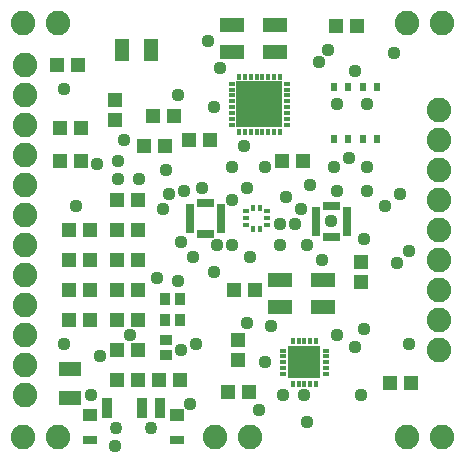
<source format=gts>
G75*
%MOIN*%
%OFA0B0*%
%FSLAX25Y25*%
%IPPOS*%
%LPD*%
%AMOC8*
5,1,8,0,0,1.08239X$1,22.5*
%
%ADD10R,0.05131X0.04737*%
%ADD11R,0.04737X0.05131*%
%ADD12C,0.08200*%
%ADD13R,0.04343X0.03556*%
%ADD14R,0.03556X0.04343*%
%ADD15R,0.01784X0.02375*%
%ADD16R,0.02375X0.01784*%
%ADD17R,0.11036X0.11036*%
%ADD18R,0.02244X0.01339*%
%ADD19R,0.01339X0.02244*%
%ADD20R,0.07493X0.04737*%
%ADD21R,0.03162X0.01981*%
%ADD22R,0.01981X0.03162*%
%ADD23R,0.04737X0.07493*%
%ADD24R,0.15367X0.15367*%
%ADD25R,0.02375X0.03162*%
%ADD26R,0.08280X0.05131*%
%ADD27R,0.03556X0.06706*%
%ADD28R,0.04737X0.03162*%
%ADD29R,0.04737X0.03950*%
%ADD30C,0.04343*%
%ADD31C,0.04400*%
D10*
X0128154Y0119500D03*
X0134846Y0119500D03*
X0142154Y0119500D03*
X0148846Y0119500D03*
X0165154Y0115500D03*
X0171846Y0115500D03*
X0173846Y0149500D03*
X0167154Y0149500D03*
X0134846Y0149500D03*
X0128154Y0149500D03*
X0128154Y0159500D03*
X0134846Y0159500D03*
X0134846Y0169500D03*
X0128154Y0169500D03*
X0118846Y0169500D03*
X0112154Y0169500D03*
X0112154Y0159500D03*
X0118846Y0159500D03*
X0118846Y0149500D03*
X0112154Y0149500D03*
X0112154Y0139500D03*
X0118846Y0139500D03*
X0128154Y0139500D03*
X0134846Y0139500D03*
X0134846Y0129500D03*
X0128154Y0129500D03*
X0128154Y0179500D03*
X0134846Y0179500D03*
X0115846Y0192500D03*
X0109154Y0192500D03*
X0109154Y0203500D03*
X0115846Y0203500D03*
X0137154Y0197500D03*
X0143846Y0197500D03*
X0152154Y0199500D03*
X0158846Y0199500D03*
X0146846Y0207500D03*
X0140154Y0207500D03*
X0114846Y0224500D03*
X0108154Y0224500D03*
X0183154Y0192500D03*
X0189846Y0192500D03*
X0201154Y0237500D03*
X0207846Y0237500D03*
X0219154Y0118500D03*
X0225846Y0118500D03*
D11*
X0209500Y0152154D03*
X0209500Y0158846D03*
X0168500Y0132846D03*
X0168500Y0126154D03*
X0127500Y0206154D03*
X0127500Y0212846D03*
D12*
X0096800Y0100500D03*
X0108200Y0100500D03*
X0097500Y0114500D03*
X0097500Y0124500D03*
X0097500Y0134500D03*
X0097500Y0144500D03*
X0097500Y0154500D03*
X0097500Y0164500D03*
X0097500Y0174500D03*
X0097500Y0184500D03*
X0097500Y0194500D03*
X0097500Y0204500D03*
X0097500Y0214500D03*
X0097500Y0224500D03*
X0096800Y0238500D03*
X0108200Y0238500D03*
X0224800Y0238500D03*
X0236200Y0238500D03*
X0235500Y0209500D03*
X0235500Y0199500D03*
X0235500Y0189500D03*
X0235500Y0179500D03*
X0235500Y0169500D03*
X0235500Y0159500D03*
X0235500Y0149500D03*
X0235500Y0139500D03*
X0235500Y0129500D03*
X0236200Y0100500D03*
X0224800Y0100500D03*
X0172200Y0100500D03*
X0160800Y0100500D03*
D13*
X0144500Y0127941D03*
X0144500Y0133059D03*
D14*
X0143941Y0139500D03*
X0149059Y0139500D03*
X0149059Y0146500D03*
X0143941Y0146500D03*
D15*
X0186563Y0132587D03*
X0188531Y0132587D03*
X0190500Y0132587D03*
X0192469Y0132587D03*
X0194437Y0132587D03*
X0194437Y0118413D03*
X0192469Y0118413D03*
X0190500Y0118413D03*
X0188531Y0118413D03*
X0186563Y0118413D03*
X0182390Y0202445D03*
X0180421Y0202445D03*
X0178453Y0202445D03*
X0176484Y0202445D03*
X0174516Y0202445D03*
X0172547Y0202445D03*
X0170579Y0202445D03*
X0168610Y0202445D03*
X0168610Y0220555D03*
X0170579Y0220555D03*
X0172547Y0220555D03*
X0174516Y0220555D03*
X0176484Y0220555D03*
X0178453Y0220555D03*
X0180421Y0220555D03*
X0182390Y0220555D03*
D16*
X0184555Y0218390D03*
X0184555Y0216421D03*
X0184555Y0214453D03*
X0184555Y0212484D03*
X0184555Y0210516D03*
X0184555Y0208547D03*
X0184555Y0206579D03*
X0184555Y0204610D03*
X0166445Y0204610D03*
X0166445Y0206579D03*
X0166445Y0208547D03*
X0166445Y0210516D03*
X0166445Y0212484D03*
X0166445Y0214453D03*
X0166445Y0216421D03*
X0166445Y0218390D03*
X0183413Y0129437D03*
X0183413Y0127469D03*
X0183413Y0125500D03*
X0183413Y0123531D03*
X0183413Y0121563D03*
X0197587Y0121563D03*
X0197587Y0123531D03*
X0197587Y0125500D03*
X0197587Y0127469D03*
X0197587Y0129437D03*
D17*
X0190500Y0125500D03*
D18*
X0178024Y0171138D03*
X0178024Y0173500D03*
X0178024Y0175862D03*
X0170976Y0175862D03*
X0170976Y0173500D03*
X0170976Y0171138D03*
D19*
X0173319Y0169976D03*
X0175681Y0169976D03*
X0175681Y0177024D03*
X0173319Y0177024D03*
D20*
X0112500Y0123421D03*
X0112500Y0113579D03*
D21*
X0152382Y0169563D03*
X0152382Y0171531D03*
X0152382Y0173500D03*
X0152382Y0175469D03*
X0152382Y0177437D03*
X0162618Y0177437D03*
X0162618Y0175469D03*
X0162618Y0173500D03*
X0162618Y0171531D03*
X0162618Y0169563D03*
X0194382Y0170531D03*
X0194382Y0168563D03*
X0194382Y0172500D03*
X0194382Y0174469D03*
X0194382Y0176437D03*
X0204618Y0176437D03*
X0204618Y0174469D03*
X0204618Y0172500D03*
X0204618Y0170531D03*
X0204618Y0168563D03*
D22*
X0201469Y0167382D03*
X0199500Y0167382D03*
X0197531Y0167382D03*
X0197531Y0177618D03*
X0199500Y0177618D03*
X0201469Y0177618D03*
X0159469Y0178618D03*
X0157500Y0178618D03*
X0155531Y0178618D03*
X0155531Y0168382D03*
X0157500Y0168382D03*
X0159469Y0168382D03*
D23*
X0139421Y0229500D03*
X0129579Y0229500D03*
D24*
X0175500Y0211500D03*
D25*
X0200413Y0217161D03*
X0205138Y0217161D03*
X0209862Y0217161D03*
X0214587Y0217161D03*
X0214587Y0199839D03*
X0209862Y0199839D03*
X0205138Y0199839D03*
X0200413Y0199839D03*
D26*
X0180783Y0228972D03*
X0180783Y0238028D03*
X0166217Y0238028D03*
X0166217Y0228972D03*
X0182217Y0153028D03*
X0182217Y0143972D03*
X0196783Y0143972D03*
X0196783Y0153028D03*
D27*
X0142358Y0110390D03*
X0136453Y0110390D03*
X0124642Y0110390D03*
D28*
X0119130Y0099563D03*
X0147870Y0099563D03*
D29*
X0147870Y0107831D03*
X0119130Y0107831D03*
D30*
X0127594Y0103500D03*
X0139406Y0103500D03*
D31*
X0127500Y0097500D03*
X0119500Y0114500D03*
X0122500Y0127500D03*
X0132500Y0134500D03*
X0149500Y0129500D03*
X0154500Y0131500D03*
X0171500Y0138500D03*
X0179500Y0137500D03*
X0177500Y0125500D03*
X0183500Y0114500D03*
X0190500Y0114500D03*
X0191500Y0105500D03*
X0175500Y0109500D03*
X0152500Y0111500D03*
X0148500Y0152500D03*
X0141500Y0153500D03*
X0153500Y0160500D03*
X0149500Y0165500D03*
X0161500Y0164500D03*
X0166500Y0164500D03*
X0172500Y0160500D03*
X0182500Y0164500D03*
X0182500Y0171500D03*
X0187500Y0171500D03*
X0189500Y0176500D03*
X0184500Y0180500D03*
X0192500Y0184500D03*
X0201500Y0182500D03*
X0200500Y0190500D03*
X0205500Y0193500D03*
X0211500Y0190500D03*
X0211500Y0182500D03*
X0217500Y0177500D03*
X0222500Y0181500D03*
X0210500Y0166500D03*
X0199500Y0172500D03*
X0191500Y0164500D03*
X0196500Y0159500D03*
X0221500Y0158500D03*
X0225500Y0162500D03*
X0210500Y0136500D03*
X0207500Y0130500D03*
X0201500Y0134500D03*
X0209500Y0114500D03*
X0225500Y0131500D03*
X0171500Y0183500D03*
X0166500Y0179500D03*
X0156500Y0183500D03*
X0150500Y0182500D03*
X0145500Y0181500D03*
X0143500Y0176500D03*
X0135500Y0186500D03*
X0128500Y0186500D03*
X0128500Y0192500D03*
X0121500Y0191500D03*
X0130500Y0199500D03*
X0144500Y0189500D03*
X0166500Y0190500D03*
X0170500Y0197500D03*
X0177500Y0190500D03*
X0177500Y0208500D03*
X0160500Y0210500D03*
X0148500Y0214500D03*
X0162500Y0223500D03*
X0158500Y0232500D03*
X0195500Y0225500D03*
X0198500Y0229500D03*
X0207500Y0222500D03*
X0211500Y0211500D03*
X0201500Y0211500D03*
X0220500Y0228500D03*
X0160500Y0155500D03*
X0114500Y0177500D03*
X0110500Y0216500D03*
X0110500Y0131500D03*
M02*

</source>
